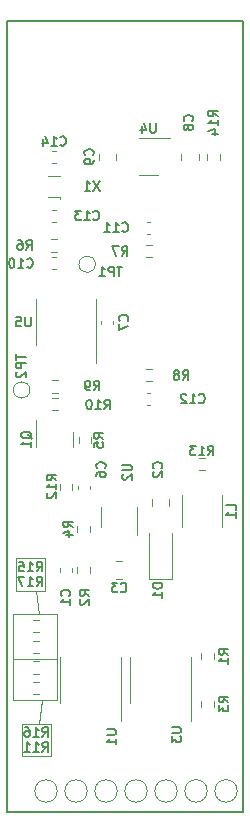
<source format=gbr>
%TF.GenerationSoftware,KiCad,Pcbnew,7.0.10*%
%TF.CreationDate,2024-02-17T17:59:33+01:00*%
%TF.ProjectId,Master_Clock,4d617374-6572-45f4-936c-6f636b2e6b69,1.1*%
%TF.SameCoordinates,Original*%
%TF.FileFunction,Legend,Bot*%
%TF.FilePolarity,Positive*%
%FSLAX46Y46*%
G04 Gerber Fmt 4.6, Leading zero omitted, Abs format (unit mm)*
G04 Created by KiCad (PCBNEW 7.0.10) date 2024-02-17 17:59:33*
%MOMM*%
%LPD*%
G01*
G04 APERTURE LIST*
%ADD10C,0.100000*%
%ADD11C,0.150000*%
%ADD12C,0.120000*%
%TA.AperFunction,Profile*%
%ADD13C,0.150000*%
%TD*%
G04 APERTURE END LIST*
D10*
X146500000Y-106250000D02*
X146750000Y-108250000D01*
X146750000Y-117500000D02*
X147000000Y-115500000D01*
X145250000Y-117500000D02*
X147750000Y-117500000D01*
X147750000Y-120250000D01*
X145250000Y-120250000D01*
X145250000Y-117500000D01*
X144500000Y-112000000D02*
X148250000Y-112000000D01*
X148250000Y-115500000D01*
X144500000Y-115500000D01*
X144500000Y-112000000D01*
X144750000Y-103500000D02*
X147250000Y-103500000D01*
X147250000Y-106250000D01*
X144750000Y-106250000D01*
X144750000Y-103500000D01*
X144500000Y-108250000D02*
X148250000Y-108250000D01*
X148250000Y-112000000D01*
X144500000Y-112000000D01*
X144500000Y-108250000D01*
D11*
X151314285Y-74786104D02*
X151352381Y-74824200D01*
X151352381Y-74824200D02*
X151466666Y-74862295D01*
X151466666Y-74862295D02*
X151542857Y-74862295D01*
X151542857Y-74862295D02*
X151657143Y-74824200D01*
X151657143Y-74824200D02*
X151733333Y-74748009D01*
X151733333Y-74748009D02*
X151771428Y-74671819D01*
X151771428Y-74671819D02*
X151809524Y-74519438D01*
X151809524Y-74519438D02*
X151809524Y-74405152D01*
X151809524Y-74405152D02*
X151771428Y-74252771D01*
X151771428Y-74252771D02*
X151733333Y-74176580D01*
X151733333Y-74176580D02*
X151657143Y-74100390D01*
X151657143Y-74100390D02*
X151542857Y-74062295D01*
X151542857Y-74062295D02*
X151466666Y-74062295D01*
X151466666Y-74062295D02*
X151352381Y-74100390D01*
X151352381Y-74100390D02*
X151314285Y-74138485D01*
X150552381Y-74862295D02*
X151009524Y-74862295D01*
X150780952Y-74862295D02*
X150780952Y-74062295D01*
X150780952Y-74062295D02*
X150857143Y-74176580D01*
X150857143Y-74176580D02*
X150933333Y-74252771D01*
X150933333Y-74252771D02*
X151009524Y-74290866D01*
X150285714Y-74062295D02*
X149790476Y-74062295D01*
X149790476Y-74062295D02*
X150057142Y-74367057D01*
X150057142Y-74367057D02*
X149942857Y-74367057D01*
X149942857Y-74367057D02*
X149866666Y-74405152D01*
X149866666Y-74405152D02*
X149828571Y-74443247D01*
X149828571Y-74443247D02*
X149790476Y-74519438D01*
X149790476Y-74519438D02*
X149790476Y-74709914D01*
X149790476Y-74709914D02*
X149828571Y-74786104D01*
X149828571Y-74786104D02*
X149866666Y-74824200D01*
X149866666Y-74824200D02*
X149942857Y-74862295D01*
X149942857Y-74862295D02*
X150171428Y-74862295D01*
X150171428Y-74862295D02*
X150247619Y-74824200D01*
X150247619Y-74824200D02*
X150285714Y-74786104D01*
X157162295Y-105609524D02*
X156362295Y-105609524D01*
X156362295Y-105609524D02*
X156362295Y-105800000D01*
X156362295Y-105800000D02*
X156400390Y-105914286D01*
X156400390Y-105914286D02*
X156476580Y-105990476D01*
X156476580Y-105990476D02*
X156552771Y-106028571D01*
X156552771Y-106028571D02*
X156705152Y-106066667D01*
X156705152Y-106066667D02*
X156819438Y-106066667D01*
X156819438Y-106066667D02*
X156971819Y-106028571D01*
X156971819Y-106028571D02*
X157048009Y-105990476D01*
X157048009Y-105990476D02*
X157124200Y-105914286D01*
X157124200Y-105914286D02*
X157162295Y-105800000D01*
X157162295Y-105800000D02*
X157162295Y-105609524D01*
X157162295Y-106828571D02*
X157162295Y-106371428D01*
X157162295Y-106600000D02*
X156362295Y-106600000D01*
X156362295Y-106600000D02*
X156476580Y-106523809D01*
X156476580Y-106523809D02*
X156552771Y-106447619D01*
X156552771Y-106447619D02*
X156590866Y-106371428D01*
X152264285Y-90862295D02*
X152530952Y-90481342D01*
X152721428Y-90862295D02*
X152721428Y-90062295D01*
X152721428Y-90062295D02*
X152416666Y-90062295D01*
X152416666Y-90062295D02*
X152340476Y-90100390D01*
X152340476Y-90100390D02*
X152302381Y-90138485D01*
X152302381Y-90138485D02*
X152264285Y-90214676D01*
X152264285Y-90214676D02*
X152264285Y-90328961D01*
X152264285Y-90328961D02*
X152302381Y-90405152D01*
X152302381Y-90405152D02*
X152340476Y-90443247D01*
X152340476Y-90443247D02*
X152416666Y-90481342D01*
X152416666Y-90481342D02*
X152721428Y-90481342D01*
X151502381Y-90862295D02*
X151959524Y-90862295D01*
X151730952Y-90862295D02*
X151730952Y-90062295D01*
X151730952Y-90062295D02*
X151807143Y-90176580D01*
X151807143Y-90176580D02*
X151883333Y-90252771D01*
X151883333Y-90252771D02*
X151959524Y-90290866D01*
X151007142Y-90062295D02*
X150930952Y-90062295D01*
X150930952Y-90062295D02*
X150854761Y-90100390D01*
X150854761Y-90100390D02*
X150816666Y-90138485D01*
X150816666Y-90138485D02*
X150778571Y-90214676D01*
X150778571Y-90214676D02*
X150740476Y-90367057D01*
X150740476Y-90367057D02*
X150740476Y-90557533D01*
X150740476Y-90557533D02*
X150778571Y-90709914D01*
X150778571Y-90709914D02*
X150816666Y-90786104D01*
X150816666Y-90786104D02*
X150854761Y-90824200D01*
X150854761Y-90824200D02*
X150930952Y-90862295D01*
X150930952Y-90862295D02*
X151007142Y-90862295D01*
X151007142Y-90862295D02*
X151083333Y-90824200D01*
X151083333Y-90824200D02*
X151121428Y-90786104D01*
X151121428Y-90786104D02*
X151159523Y-90709914D01*
X151159523Y-90709914D02*
X151197619Y-90557533D01*
X151197619Y-90557533D02*
X151197619Y-90367057D01*
X151197619Y-90367057D02*
X151159523Y-90214676D01*
X151159523Y-90214676D02*
X151121428Y-90138485D01*
X151121428Y-90138485D02*
X151083333Y-90100390D01*
X151083333Y-90100390D02*
X151007142Y-90062295D01*
X146088485Y-93361309D02*
X146050390Y-93285119D01*
X146050390Y-93285119D02*
X145974200Y-93208928D01*
X145974200Y-93208928D02*
X145859914Y-93094642D01*
X145859914Y-93094642D02*
X145821819Y-93018452D01*
X145821819Y-93018452D02*
X145821819Y-92942261D01*
X146012295Y-92980357D02*
X145974200Y-92904166D01*
X145974200Y-92904166D02*
X145898009Y-92827976D01*
X145898009Y-92827976D02*
X145745628Y-92789880D01*
X145745628Y-92789880D02*
X145478961Y-92789880D01*
X145478961Y-92789880D02*
X145326580Y-92827976D01*
X145326580Y-92827976D02*
X145250390Y-92904166D01*
X145250390Y-92904166D02*
X145212295Y-92980357D01*
X145212295Y-92980357D02*
X145212295Y-93132738D01*
X145212295Y-93132738D02*
X145250390Y-93208928D01*
X145250390Y-93208928D02*
X145326580Y-93285119D01*
X145326580Y-93285119D02*
X145478961Y-93323214D01*
X145478961Y-93323214D02*
X145745628Y-93323214D01*
X145745628Y-93323214D02*
X145898009Y-93285119D01*
X145898009Y-93285119D02*
X145974200Y-93208928D01*
X145974200Y-93208928D02*
X146012295Y-93132738D01*
X146012295Y-93132738D02*
X146012295Y-92980357D01*
X146012295Y-94085118D02*
X146012295Y-93627975D01*
X146012295Y-93856547D02*
X145212295Y-93856547D01*
X145212295Y-93856547D02*
X145326580Y-93780356D01*
X145326580Y-93780356D02*
X145402771Y-93704166D01*
X145402771Y-93704166D02*
X145440866Y-93627975D01*
X151286104Y-69366667D02*
X151324200Y-69328571D01*
X151324200Y-69328571D02*
X151362295Y-69214286D01*
X151362295Y-69214286D02*
X151362295Y-69138095D01*
X151362295Y-69138095D02*
X151324200Y-69023809D01*
X151324200Y-69023809D02*
X151248009Y-68947619D01*
X151248009Y-68947619D02*
X151171819Y-68909524D01*
X151171819Y-68909524D02*
X151019438Y-68871428D01*
X151019438Y-68871428D02*
X150905152Y-68871428D01*
X150905152Y-68871428D02*
X150752771Y-68909524D01*
X150752771Y-68909524D02*
X150676580Y-68947619D01*
X150676580Y-68947619D02*
X150600390Y-69023809D01*
X150600390Y-69023809D02*
X150562295Y-69138095D01*
X150562295Y-69138095D02*
X150562295Y-69214286D01*
X150562295Y-69214286D02*
X150600390Y-69328571D01*
X150600390Y-69328571D02*
X150638485Y-69366667D01*
X151362295Y-69747619D02*
X151362295Y-69900000D01*
X151362295Y-69900000D02*
X151324200Y-69976190D01*
X151324200Y-69976190D02*
X151286104Y-70014286D01*
X151286104Y-70014286D02*
X151171819Y-70090476D01*
X151171819Y-70090476D02*
X151019438Y-70128571D01*
X151019438Y-70128571D02*
X150714676Y-70128571D01*
X150714676Y-70128571D02*
X150638485Y-70090476D01*
X150638485Y-70090476D02*
X150600390Y-70052381D01*
X150600390Y-70052381D02*
X150562295Y-69976190D01*
X150562295Y-69976190D02*
X150562295Y-69823809D01*
X150562295Y-69823809D02*
X150600390Y-69747619D01*
X150600390Y-69747619D02*
X150638485Y-69709524D01*
X150638485Y-69709524D02*
X150714676Y-69671428D01*
X150714676Y-69671428D02*
X150905152Y-69671428D01*
X150905152Y-69671428D02*
X150981342Y-69709524D01*
X150981342Y-69709524D02*
X151019438Y-69747619D01*
X151019438Y-69747619D02*
X151057533Y-69823809D01*
X151057533Y-69823809D02*
X151057533Y-69976190D01*
X151057533Y-69976190D02*
X151019438Y-70052381D01*
X151019438Y-70052381D02*
X150981342Y-70090476D01*
X150981342Y-70090476D02*
X150905152Y-70128571D01*
X152162295Y-93366667D02*
X151781342Y-93100000D01*
X152162295Y-92909524D02*
X151362295Y-92909524D01*
X151362295Y-92909524D02*
X151362295Y-93214286D01*
X151362295Y-93214286D02*
X151400390Y-93290476D01*
X151400390Y-93290476D02*
X151438485Y-93328571D01*
X151438485Y-93328571D02*
X151514676Y-93366667D01*
X151514676Y-93366667D02*
X151628961Y-93366667D01*
X151628961Y-93366667D02*
X151705152Y-93328571D01*
X151705152Y-93328571D02*
X151743247Y-93290476D01*
X151743247Y-93290476D02*
X151781342Y-93214286D01*
X151781342Y-93214286D02*
X151781342Y-92909524D01*
X151362295Y-94090476D02*
X151362295Y-93709524D01*
X151362295Y-93709524D02*
X151743247Y-93671428D01*
X151743247Y-93671428D02*
X151705152Y-93709524D01*
X151705152Y-93709524D02*
X151667057Y-93785714D01*
X151667057Y-93785714D02*
X151667057Y-93976190D01*
X151667057Y-93976190D02*
X151705152Y-94052381D01*
X151705152Y-94052381D02*
X151743247Y-94090476D01*
X151743247Y-94090476D02*
X151819438Y-94128571D01*
X151819438Y-94128571D02*
X152009914Y-94128571D01*
X152009914Y-94128571D02*
X152086104Y-94090476D01*
X152086104Y-94090476D02*
X152124200Y-94052381D01*
X152124200Y-94052381D02*
X152162295Y-93976190D01*
X152162295Y-93976190D02*
X152162295Y-93785714D01*
X152162295Y-93785714D02*
X152124200Y-93709524D01*
X152124200Y-93709524D02*
X152086104Y-93671428D01*
X160264285Y-90286104D02*
X160302381Y-90324200D01*
X160302381Y-90324200D02*
X160416666Y-90362295D01*
X160416666Y-90362295D02*
X160492857Y-90362295D01*
X160492857Y-90362295D02*
X160607143Y-90324200D01*
X160607143Y-90324200D02*
X160683333Y-90248009D01*
X160683333Y-90248009D02*
X160721428Y-90171819D01*
X160721428Y-90171819D02*
X160759524Y-90019438D01*
X160759524Y-90019438D02*
X160759524Y-89905152D01*
X160759524Y-89905152D02*
X160721428Y-89752771D01*
X160721428Y-89752771D02*
X160683333Y-89676580D01*
X160683333Y-89676580D02*
X160607143Y-89600390D01*
X160607143Y-89600390D02*
X160492857Y-89562295D01*
X160492857Y-89562295D02*
X160416666Y-89562295D01*
X160416666Y-89562295D02*
X160302381Y-89600390D01*
X160302381Y-89600390D02*
X160264285Y-89638485D01*
X159502381Y-90362295D02*
X159959524Y-90362295D01*
X159730952Y-90362295D02*
X159730952Y-89562295D01*
X159730952Y-89562295D02*
X159807143Y-89676580D01*
X159807143Y-89676580D02*
X159883333Y-89752771D01*
X159883333Y-89752771D02*
X159959524Y-89790866D01*
X159197619Y-89638485D02*
X159159523Y-89600390D01*
X159159523Y-89600390D02*
X159083333Y-89562295D01*
X159083333Y-89562295D02*
X158892857Y-89562295D01*
X158892857Y-89562295D02*
X158816666Y-89600390D01*
X158816666Y-89600390D02*
X158778571Y-89638485D01*
X158778571Y-89638485D02*
X158740476Y-89714676D01*
X158740476Y-89714676D02*
X158740476Y-89790866D01*
X158740476Y-89790866D02*
X158778571Y-89905152D01*
X158778571Y-89905152D02*
X159235714Y-90362295D01*
X159235714Y-90362295D02*
X158740476Y-90362295D01*
X161014285Y-94762295D02*
X161280952Y-94381342D01*
X161471428Y-94762295D02*
X161471428Y-93962295D01*
X161471428Y-93962295D02*
X161166666Y-93962295D01*
X161166666Y-93962295D02*
X161090476Y-94000390D01*
X161090476Y-94000390D02*
X161052381Y-94038485D01*
X161052381Y-94038485D02*
X161014285Y-94114676D01*
X161014285Y-94114676D02*
X161014285Y-94228961D01*
X161014285Y-94228961D02*
X161052381Y-94305152D01*
X161052381Y-94305152D02*
X161090476Y-94343247D01*
X161090476Y-94343247D02*
X161166666Y-94381342D01*
X161166666Y-94381342D02*
X161471428Y-94381342D01*
X160252381Y-94762295D02*
X160709524Y-94762295D01*
X160480952Y-94762295D02*
X160480952Y-93962295D01*
X160480952Y-93962295D02*
X160557143Y-94076580D01*
X160557143Y-94076580D02*
X160633333Y-94152771D01*
X160633333Y-94152771D02*
X160709524Y-94190866D01*
X159985714Y-93962295D02*
X159490476Y-93962295D01*
X159490476Y-93962295D02*
X159757142Y-94267057D01*
X159757142Y-94267057D02*
X159642857Y-94267057D01*
X159642857Y-94267057D02*
X159566666Y-94305152D01*
X159566666Y-94305152D02*
X159528571Y-94343247D01*
X159528571Y-94343247D02*
X159490476Y-94419438D01*
X159490476Y-94419438D02*
X159490476Y-94609914D01*
X159490476Y-94609914D02*
X159528571Y-94686104D01*
X159528571Y-94686104D02*
X159566666Y-94724200D01*
X159566666Y-94724200D02*
X159642857Y-94762295D01*
X159642857Y-94762295D02*
X159871428Y-94762295D01*
X159871428Y-94762295D02*
X159947619Y-94724200D01*
X159947619Y-94724200D02*
X159985714Y-94686104D01*
X148514285Y-68486104D02*
X148552381Y-68524200D01*
X148552381Y-68524200D02*
X148666666Y-68562295D01*
X148666666Y-68562295D02*
X148742857Y-68562295D01*
X148742857Y-68562295D02*
X148857143Y-68524200D01*
X148857143Y-68524200D02*
X148933333Y-68448009D01*
X148933333Y-68448009D02*
X148971428Y-68371819D01*
X148971428Y-68371819D02*
X149009524Y-68219438D01*
X149009524Y-68219438D02*
X149009524Y-68105152D01*
X149009524Y-68105152D02*
X148971428Y-67952771D01*
X148971428Y-67952771D02*
X148933333Y-67876580D01*
X148933333Y-67876580D02*
X148857143Y-67800390D01*
X148857143Y-67800390D02*
X148742857Y-67762295D01*
X148742857Y-67762295D02*
X148666666Y-67762295D01*
X148666666Y-67762295D02*
X148552381Y-67800390D01*
X148552381Y-67800390D02*
X148514285Y-67838485D01*
X147752381Y-68562295D02*
X148209524Y-68562295D01*
X147980952Y-68562295D02*
X147980952Y-67762295D01*
X147980952Y-67762295D02*
X148057143Y-67876580D01*
X148057143Y-67876580D02*
X148133333Y-67952771D01*
X148133333Y-67952771D02*
X148209524Y-67990866D01*
X147066666Y-68028961D02*
X147066666Y-68562295D01*
X147257142Y-67724200D02*
X147447619Y-68295628D01*
X147447619Y-68295628D02*
X146952380Y-68295628D01*
X152286104Y-95866667D02*
X152324200Y-95828571D01*
X152324200Y-95828571D02*
X152362295Y-95714286D01*
X152362295Y-95714286D02*
X152362295Y-95638095D01*
X152362295Y-95638095D02*
X152324200Y-95523809D01*
X152324200Y-95523809D02*
X152248009Y-95447619D01*
X152248009Y-95447619D02*
X152171819Y-95409524D01*
X152171819Y-95409524D02*
X152019438Y-95371428D01*
X152019438Y-95371428D02*
X151905152Y-95371428D01*
X151905152Y-95371428D02*
X151752771Y-95409524D01*
X151752771Y-95409524D02*
X151676580Y-95447619D01*
X151676580Y-95447619D02*
X151600390Y-95523809D01*
X151600390Y-95523809D02*
X151562295Y-95638095D01*
X151562295Y-95638095D02*
X151562295Y-95714286D01*
X151562295Y-95714286D02*
X151600390Y-95828571D01*
X151600390Y-95828571D02*
X151638485Y-95866667D01*
X151562295Y-96552381D02*
X151562295Y-96400000D01*
X151562295Y-96400000D02*
X151600390Y-96323809D01*
X151600390Y-96323809D02*
X151638485Y-96285714D01*
X151638485Y-96285714D02*
X151752771Y-96209524D01*
X151752771Y-96209524D02*
X151905152Y-96171428D01*
X151905152Y-96171428D02*
X152209914Y-96171428D01*
X152209914Y-96171428D02*
X152286104Y-96209524D01*
X152286104Y-96209524D02*
X152324200Y-96247619D01*
X152324200Y-96247619D02*
X152362295Y-96323809D01*
X152362295Y-96323809D02*
X152362295Y-96476190D01*
X152362295Y-96476190D02*
X152324200Y-96552381D01*
X152324200Y-96552381D02*
X152286104Y-96590476D01*
X152286104Y-96590476D02*
X152209914Y-96628571D01*
X152209914Y-96628571D02*
X152019438Y-96628571D01*
X152019438Y-96628571D02*
X151943247Y-96590476D01*
X151943247Y-96590476D02*
X151905152Y-96552381D01*
X151905152Y-96552381D02*
X151867057Y-96476190D01*
X151867057Y-96476190D02*
X151867057Y-96323809D01*
X151867057Y-96323809D02*
X151905152Y-96247619D01*
X151905152Y-96247619D02*
X151943247Y-96209524D01*
X151943247Y-96209524D02*
X152019438Y-96171428D01*
X161862295Y-66085714D02*
X161481342Y-65819047D01*
X161862295Y-65628571D02*
X161062295Y-65628571D01*
X161062295Y-65628571D02*
X161062295Y-65933333D01*
X161062295Y-65933333D02*
X161100390Y-66009523D01*
X161100390Y-66009523D02*
X161138485Y-66047618D01*
X161138485Y-66047618D02*
X161214676Y-66085714D01*
X161214676Y-66085714D02*
X161328961Y-66085714D01*
X161328961Y-66085714D02*
X161405152Y-66047618D01*
X161405152Y-66047618D02*
X161443247Y-66009523D01*
X161443247Y-66009523D02*
X161481342Y-65933333D01*
X161481342Y-65933333D02*
X161481342Y-65628571D01*
X161862295Y-66847618D02*
X161862295Y-66390475D01*
X161862295Y-66619047D02*
X161062295Y-66619047D01*
X161062295Y-66619047D02*
X161176580Y-66542856D01*
X161176580Y-66542856D02*
X161252771Y-66466666D01*
X161252771Y-66466666D02*
X161290866Y-66390475D01*
X161328961Y-67533333D02*
X161862295Y-67533333D01*
X161024200Y-67342857D02*
X161595628Y-67152380D01*
X161595628Y-67152380D02*
X161595628Y-67647619D01*
X150962295Y-106666667D02*
X150581342Y-106400000D01*
X150962295Y-106209524D02*
X150162295Y-106209524D01*
X150162295Y-106209524D02*
X150162295Y-106514286D01*
X150162295Y-106514286D02*
X150200390Y-106590476D01*
X150200390Y-106590476D02*
X150238485Y-106628571D01*
X150238485Y-106628571D02*
X150314676Y-106666667D01*
X150314676Y-106666667D02*
X150428961Y-106666667D01*
X150428961Y-106666667D02*
X150505152Y-106628571D01*
X150505152Y-106628571D02*
X150543247Y-106590476D01*
X150543247Y-106590476D02*
X150581342Y-106514286D01*
X150581342Y-106514286D02*
X150581342Y-106209524D01*
X150238485Y-106971428D02*
X150200390Y-107009524D01*
X150200390Y-107009524D02*
X150162295Y-107085714D01*
X150162295Y-107085714D02*
X150162295Y-107276190D01*
X150162295Y-107276190D02*
X150200390Y-107352381D01*
X150200390Y-107352381D02*
X150238485Y-107390476D01*
X150238485Y-107390476D02*
X150314676Y-107428571D01*
X150314676Y-107428571D02*
X150390866Y-107428571D01*
X150390866Y-107428571D02*
X150505152Y-107390476D01*
X150505152Y-107390476D02*
X150962295Y-106933333D01*
X150962295Y-106933333D02*
X150962295Y-107428571D01*
X149562295Y-100866667D02*
X149181342Y-100600000D01*
X149562295Y-100409524D02*
X148762295Y-100409524D01*
X148762295Y-100409524D02*
X148762295Y-100714286D01*
X148762295Y-100714286D02*
X148800390Y-100790476D01*
X148800390Y-100790476D02*
X148838485Y-100828571D01*
X148838485Y-100828571D02*
X148914676Y-100866667D01*
X148914676Y-100866667D02*
X149028961Y-100866667D01*
X149028961Y-100866667D02*
X149105152Y-100828571D01*
X149105152Y-100828571D02*
X149143247Y-100790476D01*
X149143247Y-100790476D02*
X149181342Y-100714286D01*
X149181342Y-100714286D02*
X149181342Y-100409524D01*
X149028961Y-101552381D02*
X149562295Y-101552381D01*
X148724200Y-101361905D02*
X149295628Y-101171428D01*
X149295628Y-101171428D02*
X149295628Y-101666667D01*
X153762295Y-95590476D02*
X154409914Y-95590476D01*
X154409914Y-95590476D02*
X154486104Y-95628571D01*
X154486104Y-95628571D02*
X154524200Y-95666666D01*
X154524200Y-95666666D02*
X154562295Y-95742857D01*
X154562295Y-95742857D02*
X154562295Y-95895238D01*
X154562295Y-95895238D02*
X154524200Y-95971428D01*
X154524200Y-95971428D02*
X154486104Y-96009523D01*
X154486104Y-96009523D02*
X154409914Y-96047619D01*
X154409914Y-96047619D02*
X153762295Y-96047619D01*
X153838485Y-96390475D02*
X153800390Y-96428571D01*
X153800390Y-96428571D02*
X153762295Y-96504761D01*
X153762295Y-96504761D02*
X153762295Y-96695237D01*
X153762295Y-96695237D02*
X153800390Y-96771428D01*
X153800390Y-96771428D02*
X153838485Y-96809523D01*
X153838485Y-96809523D02*
X153914676Y-96847618D01*
X153914676Y-96847618D02*
X153990866Y-96847618D01*
X153990866Y-96847618D02*
X154105152Y-96809523D01*
X154105152Y-96809523D02*
X154562295Y-96352380D01*
X154562295Y-96352380D02*
X154562295Y-96847618D01*
X149286104Y-106666667D02*
X149324200Y-106628571D01*
X149324200Y-106628571D02*
X149362295Y-106514286D01*
X149362295Y-106514286D02*
X149362295Y-106438095D01*
X149362295Y-106438095D02*
X149324200Y-106323809D01*
X149324200Y-106323809D02*
X149248009Y-106247619D01*
X149248009Y-106247619D02*
X149171819Y-106209524D01*
X149171819Y-106209524D02*
X149019438Y-106171428D01*
X149019438Y-106171428D02*
X148905152Y-106171428D01*
X148905152Y-106171428D02*
X148752771Y-106209524D01*
X148752771Y-106209524D02*
X148676580Y-106247619D01*
X148676580Y-106247619D02*
X148600390Y-106323809D01*
X148600390Y-106323809D02*
X148562295Y-106438095D01*
X148562295Y-106438095D02*
X148562295Y-106514286D01*
X148562295Y-106514286D02*
X148600390Y-106628571D01*
X148600390Y-106628571D02*
X148638485Y-106666667D01*
X149362295Y-107428571D02*
X149362295Y-106971428D01*
X149362295Y-107200000D02*
X148562295Y-107200000D01*
X148562295Y-107200000D02*
X148676580Y-107123809D01*
X148676580Y-107123809D02*
X148752771Y-107047619D01*
X148752771Y-107047619D02*
X148790866Y-106971428D01*
X144812295Y-86240476D02*
X144812295Y-86697619D01*
X145612295Y-86469047D02*
X144812295Y-86469047D01*
X145612295Y-86964286D02*
X144812295Y-86964286D01*
X144812295Y-86964286D02*
X144812295Y-87269048D01*
X144812295Y-87269048D02*
X144850390Y-87345238D01*
X144850390Y-87345238D02*
X144888485Y-87383333D01*
X144888485Y-87383333D02*
X144964676Y-87421429D01*
X144964676Y-87421429D02*
X145078961Y-87421429D01*
X145078961Y-87421429D02*
X145155152Y-87383333D01*
X145155152Y-87383333D02*
X145193247Y-87345238D01*
X145193247Y-87345238D02*
X145231342Y-87269048D01*
X145231342Y-87269048D02*
X145231342Y-86964286D01*
X144888485Y-87726190D02*
X144850390Y-87764286D01*
X144850390Y-87764286D02*
X144812295Y-87840476D01*
X144812295Y-87840476D02*
X144812295Y-88030952D01*
X144812295Y-88030952D02*
X144850390Y-88107143D01*
X144850390Y-88107143D02*
X144888485Y-88145238D01*
X144888485Y-88145238D02*
X144964676Y-88183333D01*
X144964676Y-88183333D02*
X145040866Y-88183333D01*
X145040866Y-88183333D02*
X145155152Y-88145238D01*
X145155152Y-88145238D02*
X145612295Y-87688095D01*
X145612295Y-87688095D02*
X145612295Y-88183333D01*
X153759523Y-78812295D02*
X153302380Y-78812295D01*
X153530952Y-79612295D02*
X153530952Y-78812295D01*
X153035713Y-79612295D02*
X153035713Y-78812295D01*
X153035713Y-78812295D02*
X152730951Y-78812295D01*
X152730951Y-78812295D02*
X152654761Y-78850390D01*
X152654761Y-78850390D02*
X152616666Y-78888485D01*
X152616666Y-78888485D02*
X152578570Y-78964676D01*
X152578570Y-78964676D02*
X152578570Y-79078961D01*
X152578570Y-79078961D02*
X152616666Y-79155152D01*
X152616666Y-79155152D02*
X152654761Y-79193247D01*
X152654761Y-79193247D02*
X152730951Y-79231342D01*
X152730951Y-79231342D02*
X153035713Y-79231342D01*
X151816666Y-79612295D02*
X152273809Y-79612295D01*
X152045237Y-79612295D02*
X152045237Y-78812295D01*
X152045237Y-78812295D02*
X152121428Y-78926580D01*
X152121428Y-78926580D02*
X152197618Y-79002771D01*
X152197618Y-79002771D02*
X152273809Y-79040866D01*
X146009523Y-83062295D02*
X146009523Y-83709914D01*
X146009523Y-83709914D02*
X145971428Y-83786104D01*
X145971428Y-83786104D02*
X145933333Y-83824200D01*
X145933333Y-83824200D02*
X145857142Y-83862295D01*
X145857142Y-83862295D02*
X145704761Y-83862295D01*
X145704761Y-83862295D02*
X145628571Y-83824200D01*
X145628571Y-83824200D02*
X145590476Y-83786104D01*
X145590476Y-83786104D02*
X145552380Y-83709914D01*
X145552380Y-83709914D02*
X145552380Y-83062295D01*
X144790476Y-83062295D02*
X145171428Y-83062295D01*
X145171428Y-83062295D02*
X145209524Y-83443247D01*
X145209524Y-83443247D02*
X145171428Y-83405152D01*
X145171428Y-83405152D02*
X145095238Y-83367057D01*
X145095238Y-83367057D02*
X144904762Y-83367057D01*
X144904762Y-83367057D02*
X144828571Y-83405152D01*
X144828571Y-83405152D02*
X144790476Y-83443247D01*
X144790476Y-83443247D02*
X144752381Y-83519438D01*
X144752381Y-83519438D02*
X144752381Y-83709914D01*
X144752381Y-83709914D02*
X144790476Y-83786104D01*
X144790476Y-83786104D02*
X144828571Y-83824200D01*
X144828571Y-83824200D02*
X144904762Y-83862295D01*
X144904762Y-83862295D02*
X145095238Y-83862295D01*
X145095238Y-83862295D02*
X145171428Y-83824200D01*
X145171428Y-83824200D02*
X145209524Y-83786104D01*
X153764285Y-75786104D02*
X153802381Y-75824200D01*
X153802381Y-75824200D02*
X153916666Y-75862295D01*
X153916666Y-75862295D02*
X153992857Y-75862295D01*
X153992857Y-75862295D02*
X154107143Y-75824200D01*
X154107143Y-75824200D02*
X154183333Y-75748009D01*
X154183333Y-75748009D02*
X154221428Y-75671819D01*
X154221428Y-75671819D02*
X154259524Y-75519438D01*
X154259524Y-75519438D02*
X154259524Y-75405152D01*
X154259524Y-75405152D02*
X154221428Y-75252771D01*
X154221428Y-75252771D02*
X154183333Y-75176580D01*
X154183333Y-75176580D02*
X154107143Y-75100390D01*
X154107143Y-75100390D02*
X153992857Y-75062295D01*
X153992857Y-75062295D02*
X153916666Y-75062295D01*
X153916666Y-75062295D02*
X153802381Y-75100390D01*
X153802381Y-75100390D02*
X153764285Y-75138485D01*
X153002381Y-75862295D02*
X153459524Y-75862295D01*
X153230952Y-75862295D02*
X153230952Y-75062295D01*
X153230952Y-75062295D02*
X153307143Y-75176580D01*
X153307143Y-75176580D02*
X153383333Y-75252771D01*
X153383333Y-75252771D02*
X153459524Y-75290866D01*
X152240476Y-75862295D02*
X152697619Y-75862295D01*
X152469047Y-75862295D02*
X152469047Y-75062295D01*
X152469047Y-75062295D02*
X152545238Y-75176580D01*
X152545238Y-75176580D02*
X152621428Y-75252771D01*
X152621428Y-75252771D02*
X152697619Y-75290866D01*
X146514285Y-104612295D02*
X146780952Y-104231342D01*
X146971428Y-104612295D02*
X146971428Y-103812295D01*
X146971428Y-103812295D02*
X146666666Y-103812295D01*
X146666666Y-103812295D02*
X146590476Y-103850390D01*
X146590476Y-103850390D02*
X146552381Y-103888485D01*
X146552381Y-103888485D02*
X146514285Y-103964676D01*
X146514285Y-103964676D02*
X146514285Y-104078961D01*
X146514285Y-104078961D02*
X146552381Y-104155152D01*
X146552381Y-104155152D02*
X146590476Y-104193247D01*
X146590476Y-104193247D02*
X146666666Y-104231342D01*
X146666666Y-104231342D02*
X146971428Y-104231342D01*
X145752381Y-104612295D02*
X146209524Y-104612295D01*
X145980952Y-104612295D02*
X145980952Y-103812295D01*
X145980952Y-103812295D02*
X146057143Y-103926580D01*
X146057143Y-103926580D02*
X146133333Y-104002771D01*
X146133333Y-104002771D02*
X146209524Y-104040866D01*
X145028571Y-103812295D02*
X145409523Y-103812295D01*
X145409523Y-103812295D02*
X145447619Y-104193247D01*
X145447619Y-104193247D02*
X145409523Y-104155152D01*
X145409523Y-104155152D02*
X145333333Y-104117057D01*
X145333333Y-104117057D02*
X145142857Y-104117057D01*
X145142857Y-104117057D02*
X145066666Y-104155152D01*
X145066666Y-104155152D02*
X145028571Y-104193247D01*
X145028571Y-104193247D02*
X144990476Y-104269438D01*
X144990476Y-104269438D02*
X144990476Y-104459914D01*
X144990476Y-104459914D02*
X145028571Y-104536104D01*
X145028571Y-104536104D02*
X145066666Y-104574200D01*
X145066666Y-104574200D02*
X145142857Y-104612295D01*
X145142857Y-104612295D02*
X145333333Y-104612295D01*
X145333333Y-104612295D02*
X145409523Y-104574200D01*
X145409523Y-104574200D02*
X145447619Y-104536104D01*
X163362295Y-99366666D02*
X163362295Y-98985714D01*
X163362295Y-98985714D02*
X162562295Y-98985714D01*
X163362295Y-100052380D02*
X163362295Y-99595237D01*
X163362295Y-99823809D02*
X162562295Y-99823809D01*
X162562295Y-99823809D02*
X162676580Y-99747618D01*
X162676580Y-99747618D02*
X162752771Y-99671428D01*
X162752771Y-99671428D02*
X162790866Y-99595237D01*
X157962295Y-117790476D02*
X158609914Y-117790476D01*
X158609914Y-117790476D02*
X158686104Y-117828571D01*
X158686104Y-117828571D02*
X158724200Y-117866666D01*
X158724200Y-117866666D02*
X158762295Y-117942857D01*
X158762295Y-117942857D02*
X158762295Y-118095238D01*
X158762295Y-118095238D02*
X158724200Y-118171428D01*
X158724200Y-118171428D02*
X158686104Y-118209523D01*
X158686104Y-118209523D02*
X158609914Y-118247619D01*
X158609914Y-118247619D02*
X157962295Y-118247619D01*
X157962295Y-118552380D02*
X157962295Y-119047618D01*
X157962295Y-119047618D02*
X158267057Y-118780952D01*
X158267057Y-118780952D02*
X158267057Y-118895237D01*
X158267057Y-118895237D02*
X158305152Y-118971428D01*
X158305152Y-118971428D02*
X158343247Y-119009523D01*
X158343247Y-119009523D02*
X158419438Y-119047618D01*
X158419438Y-119047618D02*
X158609914Y-119047618D01*
X158609914Y-119047618D02*
X158686104Y-119009523D01*
X158686104Y-119009523D02*
X158724200Y-118971428D01*
X158724200Y-118971428D02*
X158762295Y-118895237D01*
X158762295Y-118895237D02*
X158762295Y-118666666D01*
X158762295Y-118666666D02*
X158724200Y-118590475D01*
X158724200Y-118590475D02*
X158686104Y-118552380D01*
X158883332Y-88362295D02*
X159149999Y-87981342D01*
X159340475Y-88362295D02*
X159340475Y-87562295D01*
X159340475Y-87562295D02*
X159035713Y-87562295D01*
X159035713Y-87562295D02*
X158959523Y-87600390D01*
X158959523Y-87600390D02*
X158921428Y-87638485D01*
X158921428Y-87638485D02*
X158883332Y-87714676D01*
X158883332Y-87714676D02*
X158883332Y-87828961D01*
X158883332Y-87828961D02*
X158921428Y-87905152D01*
X158921428Y-87905152D02*
X158959523Y-87943247D01*
X158959523Y-87943247D02*
X159035713Y-87981342D01*
X159035713Y-87981342D02*
X159340475Y-87981342D01*
X158426190Y-87905152D02*
X158502380Y-87867057D01*
X158502380Y-87867057D02*
X158540475Y-87828961D01*
X158540475Y-87828961D02*
X158578571Y-87752771D01*
X158578571Y-87752771D02*
X158578571Y-87714676D01*
X158578571Y-87714676D02*
X158540475Y-87638485D01*
X158540475Y-87638485D02*
X158502380Y-87600390D01*
X158502380Y-87600390D02*
X158426190Y-87562295D01*
X158426190Y-87562295D02*
X158273809Y-87562295D01*
X158273809Y-87562295D02*
X158197618Y-87600390D01*
X158197618Y-87600390D02*
X158159523Y-87638485D01*
X158159523Y-87638485D02*
X158121428Y-87714676D01*
X158121428Y-87714676D02*
X158121428Y-87752771D01*
X158121428Y-87752771D02*
X158159523Y-87828961D01*
X158159523Y-87828961D02*
X158197618Y-87867057D01*
X158197618Y-87867057D02*
X158273809Y-87905152D01*
X158273809Y-87905152D02*
X158426190Y-87905152D01*
X158426190Y-87905152D02*
X158502380Y-87943247D01*
X158502380Y-87943247D02*
X158540475Y-87981342D01*
X158540475Y-87981342D02*
X158578571Y-88057533D01*
X158578571Y-88057533D02*
X158578571Y-88209914D01*
X158578571Y-88209914D02*
X158540475Y-88286104D01*
X158540475Y-88286104D02*
X158502380Y-88324200D01*
X158502380Y-88324200D02*
X158426190Y-88362295D01*
X158426190Y-88362295D02*
X158273809Y-88362295D01*
X158273809Y-88362295D02*
X158197618Y-88324200D01*
X158197618Y-88324200D02*
X158159523Y-88286104D01*
X158159523Y-88286104D02*
X158121428Y-88209914D01*
X158121428Y-88209914D02*
X158121428Y-88057533D01*
X158121428Y-88057533D02*
X158159523Y-87981342D01*
X158159523Y-87981342D02*
X158197618Y-87943247D01*
X158197618Y-87943247D02*
X158273809Y-87905152D01*
X145714285Y-78815737D02*
X145752381Y-78853833D01*
X145752381Y-78853833D02*
X145866666Y-78891928D01*
X145866666Y-78891928D02*
X145942857Y-78891928D01*
X145942857Y-78891928D02*
X146057143Y-78853833D01*
X146057143Y-78853833D02*
X146133333Y-78777642D01*
X146133333Y-78777642D02*
X146171428Y-78701452D01*
X146171428Y-78701452D02*
X146209524Y-78549071D01*
X146209524Y-78549071D02*
X146209524Y-78434785D01*
X146209524Y-78434785D02*
X146171428Y-78282404D01*
X146171428Y-78282404D02*
X146133333Y-78206213D01*
X146133333Y-78206213D02*
X146057143Y-78130023D01*
X146057143Y-78130023D02*
X145942857Y-78091928D01*
X145942857Y-78091928D02*
X145866666Y-78091928D01*
X145866666Y-78091928D02*
X145752381Y-78130023D01*
X145752381Y-78130023D02*
X145714285Y-78168118D01*
X144952381Y-78891928D02*
X145409524Y-78891928D01*
X145180952Y-78891928D02*
X145180952Y-78091928D01*
X145180952Y-78091928D02*
X145257143Y-78206213D01*
X145257143Y-78206213D02*
X145333333Y-78282404D01*
X145333333Y-78282404D02*
X145409524Y-78320499D01*
X144457142Y-78091928D02*
X144380952Y-78091928D01*
X144380952Y-78091928D02*
X144304761Y-78130023D01*
X144304761Y-78130023D02*
X144266666Y-78168118D01*
X144266666Y-78168118D02*
X144228571Y-78244309D01*
X144228571Y-78244309D02*
X144190476Y-78396690D01*
X144190476Y-78396690D02*
X144190476Y-78587166D01*
X144190476Y-78587166D02*
X144228571Y-78739547D01*
X144228571Y-78739547D02*
X144266666Y-78815737D01*
X144266666Y-78815737D02*
X144304761Y-78853833D01*
X144304761Y-78853833D02*
X144380952Y-78891928D01*
X144380952Y-78891928D02*
X144457142Y-78891928D01*
X144457142Y-78891928D02*
X144533333Y-78853833D01*
X144533333Y-78853833D02*
X144571428Y-78815737D01*
X144571428Y-78815737D02*
X144609523Y-78739547D01*
X144609523Y-78739547D02*
X144647619Y-78587166D01*
X144647619Y-78587166D02*
X144647619Y-78396690D01*
X144647619Y-78396690D02*
X144609523Y-78244309D01*
X144609523Y-78244309D02*
X144571428Y-78168118D01*
X144571428Y-78168118D02*
X144533333Y-78130023D01*
X144533333Y-78130023D02*
X144457142Y-78091928D01*
X154216104Y-83391667D02*
X154254200Y-83353571D01*
X154254200Y-83353571D02*
X154292295Y-83239286D01*
X154292295Y-83239286D02*
X154292295Y-83163095D01*
X154292295Y-83163095D02*
X154254200Y-83048809D01*
X154254200Y-83048809D02*
X154178009Y-82972619D01*
X154178009Y-82972619D02*
X154101819Y-82934524D01*
X154101819Y-82934524D02*
X153949438Y-82896428D01*
X153949438Y-82896428D02*
X153835152Y-82896428D01*
X153835152Y-82896428D02*
X153682771Y-82934524D01*
X153682771Y-82934524D02*
X153606580Y-82972619D01*
X153606580Y-82972619D02*
X153530390Y-83048809D01*
X153530390Y-83048809D02*
X153492295Y-83163095D01*
X153492295Y-83163095D02*
X153492295Y-83239286D01*
X153492295Y-83239286D02*
X153530390Y-83353571D01*
X153530390Y-83353571D02*
X153568485Y-83391667D01*
X153492295Y-83658333D02*
X153492295Y-84191667D01*
X153492295Y-84191667D02*
X154292295Y-83848809D01*
X147014285Y-118612295D02*
X147280952Y-118231342D01*
X147471428Y-118612295D02*
X147471428Y-117812295D01*
X147471428Y-117812295D02*
X147166666Y-117812295D01*
X147166666Y-117812295D02*
X147090476Y-117850390D01*
X147090476Y-117850390D02*
X147052381Y-117888485D01*
X147052381Y-117888485D02*
X147014285Y-117964676D01*
X147014285Y-117964676D02*
X147014285Y-118078961D01*
X147014285Y-118078961D02*
X147052381Y-118155152D01*
X147052381Y-118155152D02*
X147090476Y-118193247D01*
X147090476Y-118193247D02*
X147166666Y-118231342D01*
X147166666Y-118231342D02*
X147471428Y-118231342D01*
X146252381Y-118612295D02*
X146709524Y-118612295D01*
X146480952Y-118612295D02*
X146480952Y-117812295D01*
X146480952Y-117812295D02*
X146557143Y-117926580D01*
X146557143Y-117926580D02*
X146633333Y-118002771D01*
X146633333Y-118002771D02*
X146709524Y-118040866D01*
X145566666Y-117812295D02*
X145719047Y-117812295D01*
X145719047Y-117812295D02*
X145795238Y-117850390D01*
X145795238Y-117850390D02*
X145833333Y-117888485D01*
X145833333Y-117888485D02*
X145909523Y-118002771D01*
X145909523Y-118002771D02*
X145947619Y-118155152D01*
X145947619Y-118155152D02*
X145947619Y-118459914D01*
X145947619Y-118459914D02*
X145909523Y-118536104D01*
X145909523Y-118536104D02*
X145871428Y-118574200D01*
X145871428Y-118574200D02*
X145795238Y-118612295D01*
X145795238Y-118612295D02*
X145642857Y-118612295D01*
X145642857Y-118612295D02*
X145566666Y-118574200D01*
X145566666Y-118574200D02*
X145528571Y-118536104D01*
X145528571Y-118536104D02*
X145490476Y-118459914D01*
X145490476Y-118459914D02*
X145490476Y-118269438D01*
X145490476Y-118269438D02*
X145528571Y-118193247D01*
X145528571Y-118193247D02*
X145566666Y-118155152D01*
X145566666Y-118155152D02*
X145642857Y-118117057D01*
X145642857Y-118117057D02*
X145795238Y-118117057D01*
X145795238Y-118117057D02*
X145871428Y-118155152D01*
X145871428Y-118155152D02*
X145909523Y-118193247D01*
X145909523Y-118193247D02*
X145947619Y-118269438D01*
X151383332Y-89262295D02*
X151649999Y-88881342D01*
X151840475Y-89262295D02*
X151840475Y-88462295D01*
X151840475Y-88462295D02*
X151535713Y-88462295D01*
X151535713Y-88462295D02*
X151459523Y-88500390D01*
X151459523Y-88500390D02*
X151421428Y-88538485D01*
X151421428Y-88538485D02*
X151383332Y-88614676D01*
X151383332Y-88614676D02*
X151383332Y-88728961D01*
X151383332Y-88728961D02*
X151421428Y-88805152D01*
X151421428Y-88805152D02*
X151459523Y-88843247D01*
X151459523Y-88843247D02*
X151535713Y-88881342D01*
X151535713Y-88881342D02*
X151840475Y-88881342D01*
X151002380Y-89262295D02*
X150849999Y-89262295D01*
X150849999Y-89262295D02*
X150773809Y-89224200D01*
X150773809Y-89224200D02*
X150735713Y-89186104D01*
X150735713Y-89186104D02*
X150659523Y-89071819D01*
X150659523Y-89071819D02*
X150621428Y-88919438D01*
X150621428Y-88919438D02*
X150621428Y-88614676D01*
X150621428Y-88614676D02*
X150659523Y-88538485D01*
X150659523Y-88538485D02*
X150697618Y-88500390D01*
X150697618Y-88500390D02*
X150773809Y-88462295D01*
X150773809Y-88462295D02*
X150926190Y-88462295D01*
X150926190Y-88462295D02*
X151002380Y-88500390D01*
X151002380Y-88500390D02*
X151040475Y-88538485D01*
X151040475Y-88538485D02*
X151078571Y-88614676D01*
X151078571Y-88614676D02*
X151078571Y-88805152D01*
X151078571Y-88805152D02*
X151040475Y-88881342D01*
X151040475Y-88881342D02*
X151002380Y-88919438D01*
X151002380Y-88919438D02*
X150926190Y-88957533D01*
X150926190Y-88957533D02*
X150773809Y-88957533D01*
X150773809Y-88957533D02*
X150697618Y-88919438D01*
X150697618Y-88919438D02*
X150659523Y-88881342D01*
X150659523Y-88881342D02*
X150621428Y-88805152D01*
X146514285Y-105862295D02*
X146780952Y-105481342D01*
X146971428Y-105862295D02*
X146971428Y-105062295D01*
X146971428Y-105062295D02*
X146666666Y-105062295D01*
X146666666Y-105062295D02*
X146590476Y-105100390D01*
X146590476Y-105100390D02*
X146552381Y-105138485D01*
X146552381Y-105138485D02*
X146514285Y-105214676D01*
X146514285Y-105214676D02*
X146514285Y-105328961D01*
X146514285Y-105328961D02*
X146552381Y-105405152D01*
X146552381Y-105405152D02*
X146590476Y-105443247D01*
X146590476Y-105443247D02*
X146666666Y-105481342D01*
X146666666Y-105481342D02*
X146971428Y-105481342D01*
X145752381Y-105862295D02*
X146209524Y-105862295D01*
X145980952Y-105862295D02*
X145980952Y-105062295D01*
X145980952Y-105062295D02*
X146057143Y-105176580D01*
X146057143Y-105176580D02*
X146133333Y-105252771D01*
X146133333Y-105252771D02*
X146209524Y-105290866D01*
X145485714Y-105062295D02*
X144952380Y-105062295D01*
X144952380Y-105062295D02*
X145295238Y-105862295D01*
X153733332Y-77862295D02*
X153999999Y-77481342D01*
X154190475Y-77862295D02*
X154190475Y-77062295D01*
X154190475Y-77062295D02*
X153885713Y-77062295D01*
X153885713Y-77062295D02*
X153809523Y-77100390D01*
X153809523Y-77100390D02*
X153771428Y-77138485D01*
X153771428Y-77138485D02*
X153733332Y-77214676D01*
X153733332Y-77214676D02*
X153733332Y-77328961D01*
X153733332Y-77328961D02*
X153771428Y-77405152D01*
X153771428Y-77405152D02*
X153809523Y-77443247D01*
X153809523Y-77443247D02*
X153885713Y-77481342D01*
X153885713Y-77481342D02*
X154190475Y-77481342D01*
X153466666Y-77062295D02*
X152933332Y-77062295D01*
X152933332Y-77062295D02*
X153276190Y-77862295D01*
X148162295Y-96885714D02*
X147781342Y-96619047D01*
X148162295Y-96428571D02*
X147362295Y-96428571D01*
X147362295Y-96428571D02*
X147362295Y-96733333D01*
X147362295Y-96733333D02*
X147400390Y-96809523D01*
X147400390Y-96809523D02*
X147438485Y-96847618D01*
X147438485Y-96847618D02*
X147514676Y-96885714D01*
X147514676Y-96885714D02*
X147628961Y-96885714D01*
X147628961Y-96885714D02*
X147705152Y-96847618D01*
X147705152Y-96847618D02*
X147743247Y-96809523D01*
X147743247Y-96809523D02*
X147781342Y-96733333D01*
X147781342Y-96733333D02*
X147781342Y-96428571D01*
X148162295Y-97647618D02*
X148162295Y-97190475D01*
X148162295Y-97419047D02*
X147362295Y-97419047D01*
X147362295Y-97419047D02*
X147476580Y-97342856D01*
X147476580Y-97342856D02*
X147552771Y-97266666D01*
X147552771Y-97266666D02*
X147590866Y-97190475D01*
X147438485Y-97952380D02*
X147400390Y-97990476D01*
X147400390Y-97990476D02*
X147362295Y-98066666D01*
X147362295Y-98066666D02*
X147362295Y-98257142D01*
X147362295Y-98257142D02*
X147400390Y-98333333D01*
X147400390Y-98333333D02*
X147438485Y-98371428D01*
X147438485Y-98371428D02*
X147514676Y-98409523D01*
X147514676Y-98409523D02*
X147590866Y-98409523D01*
X147590866Y-98409523D02*
X147705152Y-98371428D01*
X147705152Y-98371428D02*
X148162295Y-97914285D01*
X148162295Y-97914285D02*
X148162295Y-98409523D01*
X145633332Y-77362295D02*
X145899999Y-76981342D01*
X146090475Y-77362295D02*
X146090475Y-76562295D01*
X146090475Y-76562295D02*
X145785713Y-76562295D01*
X145785713Y-76562295D02*
X145709523Y-76600390D01*
X145709523Y-76600390D02*
X145671428Y-76638485D01*
X145671428Y-76638485D02*
X145633332Y-76714676D01*
X145633332Y-76714676D02*
X145633332Y-76828961D01*
X145633332Y-76828961D02*
X145671428Y-76905152D01*
X145671428Y-76905152D02*
X145709523Y-76943247D01*
X145709523Y-76943247D02*
X145785713Y-76981342D01*
X145785713Y-76981342D02*
X146090475Y-76981342D01*
X144947618Y-76562295D02*
X145099999Y-76562295D01*
X145099999Y-76562295D02*
X145176190Y-76600390D01*
X145176190Y-76600390D02*
X145214285Y-76638485D01*
X145214285Y-76638485D02*
X145290475Y-76752771D01*
X145290475Y-76752771D02*
X145328571Y-76905152D01*
X145328571Y-76905152D02*
X145328571Y-77209914D01*
X145328571Y-77209914D02*
X145290475Y-77286104D01*
X145290475Y-77286104D02*
X145252380Y-77324200D01*
X145252380Y-77324200D02*
X145176190Y-77362295D01*
X145176190Y-77362295D02*
X145023809Y-77362295D01*
X145023809Y-77362295D02*
X144947618Y-77324200D01*
X144947618Y-77324200D02*
X144909523Y-77286104D01*
X144909523Y-77286104D02*
X144871428Y-77209914D01*
X144871428Y-77209914D02*
X144871428Y-77019438D01*
X144871428Y-77019438D02*
X144909523Y-76943247D01*
X144909523Y-76943247D02*
X144947618Y-76905152D01*
X144947618Y-76905152D02*
X145023809Y-76867057D01*
X145023809Y-76867057D02*
X145176190Y-76867057D01*
X145176190Y-76867057D02*
X145252380Y-76905152D01*
X145252380Y-76905152D02*
X145290475Y-76943247D01*
X145290475Y-76943247D02*
X145328571Y-77019438D01*
X162762295Y-111666667D02*
X162381342Y-111400000D01*
X162762295Y-111209524D02*
X161962295Y-111209524D01*
X161962295Y-111209524D02*
X161962295Y-111514286D01*
X161962295Y-111514286D02*
X162000390Y-111590476D01*
X162000390Y-111590476D02*
X162038485Y-111628571D01*
X162038485Y-111628571D02*
X162114676Y-111666667D01*
X162114676Y-111666667D02*
X162228961Y-111666667D01*
X162228961Y-111666667D02*
X162305152Y-111628571D01*
X162305152Y-111628571D02*
X162343247Y-111590476D01*
X162343247Y-111590476D02*
X162381342Y-111514286D01*
X162381342Y-111514286D02*
X162381342Y-111209524D01*
X162762295Y-112428571D02*
X162762295Y-111971428D01*
X162762295Y-112200000D02*
X161962295Y-112200000D01*
X161962295Y-112200000D02*
X162076580Y-112123809D01*
X162076580Y-112123809D02*
X162152771Y-112047619D01*
X162152771Y-112047619D02*
X162190866Y-111971428D01*
X156609523Y-66662295D02*
X156609523Y-67309914D01*
X156609523Y-67309914D02*
X156571428Y-67386104D01*
X156571428Y-67386104D02*
X156533333Y-67424200D01*
X156533333Y-67424200D02*
X156457142Y-67462295D01*
X156457142Y-67462295D02*
X156304761Y-67462295D01*
X156304761Y-67462295D02*
X156228571Y-67424200D01*
X156228571Y-67424200D02*
X156190476Y-67386104D01*
X156190476Y-67386104D02*
X156152380Y-67309914D01*
X156152380Y-67309914D02*
X156152380Y-66662295D01*
X155428571Y-66928961D02*
X155428571Y-67462295D01*
X155619047Y-66624200D02*
X155809524Y-67195628D01*
X155809524Y-67195628D02*
X155314285Y-67195628D01*
X157086104Y-95866667D02*
X157124200Y-95828571D01*
X157124200Y-95828571D02*
X157162295Y-95714286D01*
X157162295Y-95714286D02*
X157162295Y-95638095D01*
X157162295Y-95638095D02*
X157124200Y-95523809D01*
X157124200Y-95523809D02*
X157048009Y-95447619D01*
X157048009Y-95447619D02*
X156971819Y-95409524D01*
X156971819Y-95409524D02*
X156819438Y-95371428D01*
X156819438Y-95371428D02*
X156705152Y-95371428D01*
X156705152Y-95371428D02*
X156552771Y-95409524D01*
X156552771Y-95409524D02*
X156476580Y-95447619D01*
X156476580Y-95447619D02*
X156400390Y-95523809D01*
X156400390Y-95523809D02*
X156362295Y-95638095D01*
X156362295Y-95638095D02*
X156362295Y-95714286D01*
X156362295Y-95714286D02*
X156400390Y-95828571D01*
X156400390Y-95828571D02*
X156438485Y-95866667D01*
X156438485Y-96171428D02*
X156400390Y-96209524D01*
X156400390Y-96209524D02*
X156362295Y-96285714D01*
X156362295Y-96285714D02*
X156362295Y-96476190D01*
X156362295Y-96476190D02*
X156400390Y-96552381D01*
X156400390Y-96552381D02*
X156438485Y-96590476D01*
X156438485Y-96590476D02*
X156514676Y-96628571D01*
X156514676Y-96628571D02*
X156590866Y-96628571D01*
X156590866Y-96628571D02*
X156705152Y-96590476D01*
X156705152Y-96590476D02*
X157162295Y-96133333D01*
X157162295Y-96133333D02*
X157162295Y-96628571D01*
X159686104Y-66466667D02*
X159724200Y-66428571D01*
X159724200Y-66428571D02*
X159762295Y-66314286D01*
X159762295Y-66314286D02*
X159762295Y-66238095D01*
X159762295Y-66238095D02*
X159724200Y-66123809D01*
X159724200Y-66123809D02*
X159648009Y-66047619D01*
X159648009Y-66047619D02*
X159571819Y-66009524D01*
X159571819Y-66009524D02*
X159419438Y-65971428D01*
X159419438Y-65971428D02*
X159305152Y-65971428D01*
X159305152Y-65971428D02*
X159152771Y-66009524D01*
X159152771Y-66009524D02*
X159076580Y-66047619D01*
X159076580Y-66047619D02*
X159000390Y-66123809D01*
X159000390Y-66123809D02*
X158962295Y-66238095D01*
X158962295Y-66238095D02*
X158962295Y-66314286D01*
X158962295Y-66314286D02*
X159000390Y-66428571D01*
X159000390Y-66428571D02*
X159038485Y-66466667D01*
X159305152Y-66923809D02*
X159267057Y-66847619D01*
X159267057Y-66847619D02*
X159228961Y-66809524D01*
X159228961Y-66809524D02*
X159152771Y-66771428D01*
X159152771Y-66771428D02*
X159114676Y-66771428D01*
X159114676Y-66771428D02*
X159038485Y-66809524D01*
X159038485Y-66809524D02*
X159000390Y-66847619D01*
X159000390Y-66847619D02*
X158962295Y-66923809D01*
X158962295Y-66923809D02*
X158962295Y-67076190D01*
X158962295Y-67076190D02*
X159000390Y-67152381D01*
X159000390Y-67152381D02*
X159038485Y-67190476D01*
X159038485Y-67190476D02*
X159114676Y-67228571D01*
X159114676Y-67228571D02*
X159152771Y-67228571D01*
X159152771Y-67228571D02*
X159228961Y-67190476D01*
X159228961Y-67190476D02*
X159267057Y-67152381D01*
X159267057Y-67152381D02*
X159305152Y-67076190D01*
X159305152Y-67076190D02*
X159305152Y-66923809D01*
X159305152Y-66923809D02*
X159343247Y-66847619D01*
X159343247Y-66847619D02*
X159381342Y-66809524D01*
X159381342Y-66809524D02*
X159457533Y-66771428D01*
X159457533Y-66771428D02*
X159609914Y-66771428D01*
X159609914Y-66771428D02*
X159686104Y-66809524D01*
X159686104Y-66809524D02*
X159724200Y-66847619D01*
X159724200Y-66847619D02*
X159762295Y-66923809D01*
X159762295Y-66923809D02*
X159762295Y-67076190D01*
X159762295Y-67076190D02*
X159724200Y-67152381D01*
X159724200Y-67152381D02*
X159686104Y-67190476D01*
X159686104Y-67190476D02*
X159609914Y-67228571D01*
X159609914Y-67228571D02*
X159457533Y-67228571D01*
X159457533Y-67228571D02*
X159381342Y-67190476D01*
X159381342Y-67190476D02*
X159343247Y-67152381D01*
X159343247Y-67152381D02*
X159305152Y-67076190D01*
X152457295Y-117990476D02*
X153104914Y-117990476D01*
X153104914Y-117990476D02*
X153181104Y-118028571D01*
X153181104Y-118028571D02*
X153219200Y-118066666D01*
X153219200Y-118066666D02*
X153257295Y-118142857D01*
X153257295Y-118142857D02*
X153257295Y-118295238D01*
X153257295Y-118295238D02*
X153219200Y-118371428D01*
X153219200Y-118371428D02*
X153181104Y-118409523D01*
X153181104Y-118409523D02*
X153104914Y-118447619D01*
X153104914Y-118447619D02*
X152457295Y-118447619D01*
X153257295Y-119247618D02*
X153257295Y-118790475D01*
X153257295Y-119019047D02*
X152457295Y-119019047D01*
X152457295Y-119019047D02*
X152571580Y-118942856D01*
X152571580Y-118942856D02*
X152647771Y-118866666D01*
X152647771Y-118866666D02*
X152685866Y-118790475D01*
X153633332Y-106286104D02*
X153671428Y-106324200D01*
X153671428Y-106324200D02*
X153785713Y-106362295D01*
X153785713Y-106362295D02*
X153861904Y-106362295D01*
X153861904Y-106362295D02*
X153976190Y-106324200D01*
X153976190Y-106324200D02*
X154052380Y-106248009D01*
X154052380Y-106248009D02*
X154090475Y-106171819D01*
X154090475Y-106171819D02*
X154128571Y-106019438D01*
X154128571Y-106019438D02*
X154128571Y-105905152D01*
X154128571Y-105905152D02*
X154090475Y-105752771D01*
X154090475Y-105752771D02*
X154052380Y-105676580D01*
X154052380Y-105676580D02*
X153976190Y-105600390D01*
X153976190Y-105600390D02*
X153861904Y-105562295D01*
X153861904Y-105562295D02*
X153785713Y-105562295D01*
X153785713Y-105562295D02*
X153671428Y-105600390D01*
X153671428Y-105600390D02*
X153633332Y-105638485D01*
X153366666Y-105562295D02*
X152871428Y-105562295D01*
X152871428Y-105562295D02*
X153138094Y-105867057D01*
X153138094Y-105867057D02*
X153023809Y-105867057D01*
X153023809Y-105867057D02*
X152947618Y-105905152D01*
X152947618Y-105905152D02*
X152909523Y-105943247D01*
X152909523Y-105943247D02*
X152871428Y-106019438D01*
X152871428Y-106019438D02*
X152871428Y-106209914D01*
X152871428Y-106209914D02*
X152909523Y-106286104D01*
X152909523Y-106286104D02*
X152947618Y-106324200D01*
X152947618Y-106324200D02*
X153023809Y-106362295D01*
X153023809Y-106362295D02*
X153252380Y-106362295D01*
X153252380Y-106362295D02*
X153328571Y-106324200D01*
X153328571Y-106324200D02*
X153366666Y-106286104D01*
X151847619Y-71562295D02*
X151314285Y-72362295D01*
X151314285Y-71562295D02*
X151847619Y-72362295D01*
X150590476Y-72362295D02*
X151047619Y-72362295D01*
X150819047Y-72362295D02*
X150819047Y-71562295D01*
X150819047Y-71562295D02*
X150895238Y-71676580D01*
X150895238Y-71676580D02*
X150971428Y-71752771D01*
X150971428Y-71752771D02*
X151047619Y-71790866D01*
X147014285Y-119862295D02*
X147280952Y-119481342D01*
X147471428Y-119862295D02*
X147471428Y-119062295D01*
X147471428Y-119062295D02*
X147166666Y-119062295D01*
X147166666Y-119062295D02*
X147090476Y-119100390D01*
X147090476Y-119100390D02*
X147052381Y-119138485D01*
X147052381Y-119138485D02*
X147014285Y-119214676D01*
X147014285Y-119214676D02*
X147014285Y-119328961D01*
X147014285Y-119328961D02*
X147052381Y-119405152D01*
X147052381Y-119405152D02*
X147090476Y-119443247D01*
X147090476Y-119443247D02*
X147166666Y-119481342D01*
X147166666Y-119481342D02*
X147471428Y-119481342D01*
X146252381Y-119862295D02*
X146709524Y-119862295D01*
X146480952Y-119862295D02*
X146480952Y-119062295D01*
X146480952Y-119062295D02*
X146557143Y-119176580D01*
X146557143Y-119176580D02*
X146633333Y-119252771D01*
X146633333Y-119252771D02*
X146709524Y-119290866D01*
X145490476Y-119862295D02*
X145947619Y-119862295D01*
X145719047Y-119862295D02*
X145719047Y-119062295D01*
X145719047Y-119062295D02*
X145795238Y-119176580D01*
X145795238Y-119176580D02*
X145871428Y-119252771D01*
X145871428Y-119252771D02*
X145947619Y-119290866D01*
X162762295Y-115666667D02*
X162381342Y-115400000D01*
X162762295Y-115209524D02*
X161962295Y-115209524D01*
X161962295Y-115209524D02*
X161962295Y-115514286D01*
X161962295Y-115514286D02*
X162000390Y-115590476D01*
X162000390Y-115590476D02*
X162038485Y-115628571D01*
X162038485Y-115628571D02*
X162114676Y-115666667D01*
X162114676Y-115666667D02*
X162228961Y-115666667D01*
X162228961Y-115666667D02*
X162305152Y-115628571D01*
X162305152Y-115628571D02*
X162343247Y-115590476D01*
X162343247Y-115590476D02*
X162381342Y-115514286D01*
X162381342Y-115514286D02*
X162381342Y-115209524D01*
X161962295Y-115933333D02*
X161962295Y-116428571D01*
X161962295Y-116428571D02*
X162267057Y-116161905D01*
X162267057Y-116161905D02*
X162267057Y-116276190D01*
X162267057Y-116276190D02*
X162305152Y-116352381D01*
X162305152Y-116352381D02*
X162343247Y-116390476D01*
X162343247Y-116390476D02*
X162419438Y-116428571D01*
X162419438Y-116428571D02*
X162609914Y-116428571D01*
X162609914Y-116428571D02*
X162686104Y-116390476D01*
X162686104Y-116390476D02*
X162724200Y-116352381D01*
X162724200Y-116352381D02*
X162762295Y-116276190D01*
X162762295Y-116276190D02*
X162762295Y-116047619D01*
X162762295Y-116047619D02*
X162724200Y-115971428D01*
X162724200Y-115971428D02*
X162686104Y-115933333D01*
D12*
%TO.C,C13*%
X148146267Y-75010000D02*
X147853733Y-75010000D01*
X148146267Y-73990000D02*
X147853733Y-73990000D01*
%TO.C,D1*%
X156000000Y-105210000D02*
X156000000Y-101350000D01*
X158000000Y-105210000D02*
X156000000Y-105210000D01*
X158000000Y-105210000D02*
X158000000Y-101350000D01*
%TO.C,R10*%
X147795276Y-89915000D02*
X148304724Y-89915000D01*
X147795276Y-90960000D02*
X148304724Y-90960000D01*
%TO.C,Q1*%
X149610000Y-93437500D02*
X149610000Y-92787500D01*
X149610000Y-93437500D02*
X149610000Y-94087500D01*
X146490000Y-93437500D02*
X146490000Y-91762500D01*
X146490000Y-93437500D02*
X146490000Y-94087500D01*
%TO.C,C9*%
X153235000Y-69238748D02*
X153235000Y-69761252D01*
X151765000Y-69238748D02*
X151765000Y-69761252D01*
%TO.C,R5*%
X151122500Y-93245276D02*
X151122500Y-93754724D01*
X150077500Y-93245276D02*
X150077500Y-93754724D01*
%TO.C,C12*%
X155853733Y-89490000D02*
X156146267Y-89490000D01*
X155853733Y-90510000D02*
X156146267Y-90510000D01*
%TO.C,R13*%
X160245276Y-94977500D02*
X160754724Y-94977500D01*
X160245276Y-96022500D02*
X160754724Y-96022500D01*
%TO.C,REF\u002A\u002A*%
X153350000Y-123200000D02*
G75*
G03*
X151450000Y-123200000I-950000J0D01*
G01*
X151450000Y-123200000D02*
G75*
G03*
X153350000Y-123200000I950000J0D01*
G01*
%TO.C,C14*%
X148146267Y-70010000D02*
X147853733Y-70010000D01*
X148146267Y-68990000D02*
X147853733Y-68990000D01*
%TO.C,C6*%
X151010000Y-97353733D02*
X151010000Y-97646267D01*
X149990000Y-97353733D02*
X149990000Y-97646267D01*
%TO.C,R14*%
X162022500Y-69245276D02*
X162022500Y-69754724D01*
X160977500Y-69245276D02*
X160977500Y-69754724D01*
%TO.C,R2*%
X149977500Y-104754724D02*
X149977500Y-104245276D01*
X151022500Y-104754724D02*
X151022500Y-104245276D01*
%TO.C,R4*%
X149977500Y-101254724D02*
X149977500Y-100745276D01*
X151022500Y-101254724D02*
X151022500Y-100745276D01*
%TO.C,U2*%
X151940000Y-100880000D02*
X151940000Y-99120000D01*
X155010000Y-99120000D02*
X155010000Y-101550000D01*
%TO.C,C1*%
X148490000Y-104646267D02*
X148490000Y-104353733D01*
X149510000Y-104646267D02*
X149510000Y-104353733D01*
%TO.C,TP2*%
X145950000Y-89250000D02*
G75*
G03*
X144550000Y-89250000I-700000J0D01*
G01*
X144550000Y-89250000D02*
G75*
G03*
X145950000Y-89250000I700000J0D01*
G01*
%TO.C,TP1*%
X151500000Y-78600000D02*
G75*
G03*
X150100000Y-78600000I-700000J0D01*
G01*
X150100000Y-78600000D02*
G75*
G03*
X151500000Y-78600000I700000J0D01*
G01*
%TO.C,U5*%
X146440000Y-83500000D02*
X146440000Y-85450000D01*
X146440000Y-83500000D02*
X146440000Y-81550000D01*
X151560000Y-83500000D02*
X151560000Y-86950000D01*
X151560000Y-83500000D02*
X151560000Y-81550000D01*
%TO.C,C11*%
X155853733Y-74990000D02*
X156146267Y-74990000D01*
X155853733Y-76010000D02*
X156146267Y-76010000D01*
%TO.C,R15*%
X146754724Y-109772500D02*
X146245276Y-109772500D01*
X146754724Y-108727500D02*
X146245276Y-108727500D01*
%TO.C,REF\u002A\u002A*%
X158430000Y-123200000D02*
G75*
G03*
X156530000Y-123200000I-950000J0D01*
G01*
X156530000Y-123200000D02*
G75*
G03*
X158430000Y-123200000I950000J0D01*
G01*
%TO.C,L1*%
X162210000Y-98113748D02*
X162210000Y-100886252D01*
X158790000Y-98113748D02*
X158790000Y-100886252D01*
%TO.C,U3*%
X154440000Y-113800000D02*
X154440000Y-115750000D01*
X154440000Y-113800000D02*
X154440000Y-111850000D01*
X159560000Y-113800000D02*
X159560000Y-117250000D01*
X159560000Y-113800000D02*
X159560000Y-111850000D01*
%TO.C,R8*%
X156254724Y-88522500D02*
X155745276Y-88522500D01*
X156254724Y-87477500D02*
X155745276Y-87477500D01*
%TO.C,C10*%
X147853733Y-77990000D02*
X148146267Y-77990000D01*
X147853733Y-79010000D02*
X148146267Y-79010000D01*
%TO.C,C7*%
X151990000Y-83671267D02*
X151990000Y-83378733D01*
X153010000Y-83671267D02*
X153010000Y-83378733D01*
%TO.C,R16*%
X146754724Y-113272500D02*
X146245276Y-113272500D01*
X146754724Y-112227500D02*
X146245276Y-112227500D01*
%TO.C,R9*%
X148304724Y-89460000D02*
X147795276Y-89460000D01*
X148304724Y-88415000D02*
X147795276Y-88415000D01*
%TO.C,R17*%
X146245276Y-110477500D02*
X146754724Y-110477500D01*
X146245276Y-111522500D02*
X146754724Y-111522500D01*
%TO.C,R7*%
X156254724Y-78022500D02*
X155745276Y-78022500D01*
X156254724Y-76977500D02*
X155745276Y-76977500D01*
%TO.C,REF\u002A\u002A*%
X155890000Y-123200000D02*
G75*
G03*
X153990000Y-123200000I-950000J0D01*
G01*
X153990000Y-123200000D02*
G75*
G03*
X155890000Y-123200000I950000J0D01*
G01*
X150810000Y-123200000D02*
G75*
G03*
X148910000Y-123200000I-950000J0D01*
G01*
X148910000Y-123200000D02*
G75*
G03*
X150810000Y-123200000I950000J0D01*
G01*
%TO.C,R12*%
X148477500Y-97754724D02*
X148477500Y-97245276D01*
X149522500Y-97754724D02*
X149522500Y-97245276D01*
%TO.C,R6*%
X148254724Y-77522500D02*
X147745276Y-77522500D01*
X148254724Y-76477500D02*
X147745276Y-76477500D01*
%TO.C,R1*%
X161522500Y-111545276D02*
X161522500Y-112054724D01*
X160477500Y-111545276D02*
X160477500Y-112054724D01*
%TO.C,U4*%
X156000000Y-71060000D02*
X156800000Y-71060000D01*
X156000000Y-71060000D02*
X155200000Y-71060000D01*
X156000000Y-67940000D02*
X157800000Y-67940000D01*
X156000000Y-67940000D02*
X155200000Y-67940000D01*
%TO.C,C2*%
X157735000Y-98513748D02*
X157735000Y-99036252D01*
X156265000Y-98513748D02*
X156265000Y-99036252D01*
%TO.C,C8*%
X160235000Y-69238748D02*
X160235000Y-69761252D01*
X158765000Y-69238748D02*
X158765000Y-69761252D01*
%TO.C,U1*%
X148535000Y-113800000D02*
X148535000Y-115750000D01*
X148535000Y-113800000D02*
X148535000Y-111850000D01*
X153655000Y-113800000D02*
X153655000Y-117250000D01*
X153655000Y-113800000D02*
X153655000Y-111850000D01*
%TO.C,REF\u002A\u002A*%
X160970000Y-123190000D02*
G75*
G03*
X159070000Y-123190000I-950000J0D01*
G01*
X159070000Y-123190000D02*
G75*
G03*
X160970000Y-123190000I950000J0D01*
G01*
X163510000Y-123190000D02*
G75*
G03*
X161610000Y-123190000I-950000J0D01*
G01*
X161610000Y-123190000D02*
G75*
G03*
X163510000Y-123190000I950000J0D01*
G01*
%TO.C,C3*%
X153761252Y-105235000D02*
X153238748Y-105235000D01*
X153761252Y-103765000D02*
X153238748Y-103765000D01*
%TO.C,X1*%
X148500000Y-73100000D02*
X148500000Y-72880000D01*
X148500000Y-72880000D02*
X147500000Y-72880000D01*
X148500000Y-71120000D02*
X147500000Y-71120000D01*
%TO.C,REF\u002A\u002A*%
X148270000Y-123200000D02*
G75*
G03*
X146370000Y-123200000I-950000J0D01*
G01*
X146370000Y-123200000D02*
G75*
G03*
X148270000Y-123200000I950000J0D01*
G01*
%TO.C,R11*%
X146754724Y-115022500D02*
X146245276Y-115022500D01*
X146754724Y-113977500D02*
X146245276Y-113977500D01*
%TO.C,R3*%
X161522500Y-115545276D02*
X161522500Y-116054724D01*
X160477500Y-115545276D02*
X160477500Y-116054724D01*
%TD*%
D13*
X144000000Y-58000000D02*
X164000000Y-58000000D01*
X164000000Y-125000000D01*
X144000000Y-125000000D01*
X144000000Y-58000000D01*
M02*

</source>
